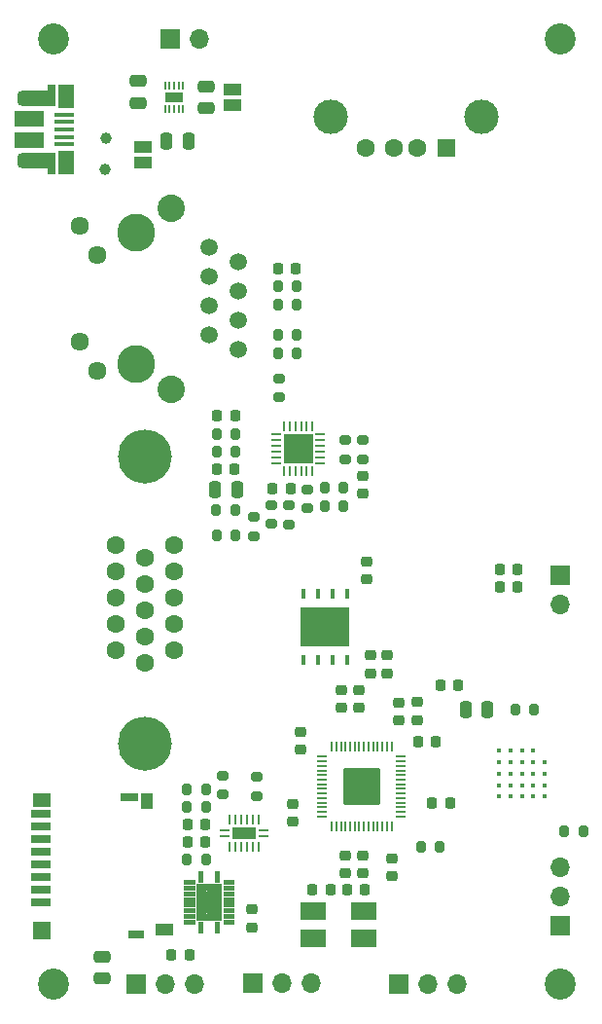
<source format=gts>
G04 #@! TF.GenerationSoftware,KiCad,Pcbnew,8.0.1-8.0.1-1~ubuntu22.04.1*
G04 #@! TF.CreationDate,2024-06-13T00:54:25-07:00*
G04 #@! TF.ProjectId,emu_brd,656d755f-6272-4642-9e6b-696361645f70,REV1*
G04 #@! TF.SameCoordinates,Original*
G04 #@! TF.FileFunction,Soldermask,Top*
G04 #@! TF.FilePolarity,Negative*
%FSLAX46Y46*%
G04 Gerber Fmt 4.6, Leading zero omitted, Abs format (unit mm)*
G04 Created by KiCad (PCBNEW 8.0.1-8.0.1-1~ubuntu22.04.1) date 2024-06-13 00:54:25*
%MOMM*%
%LPD*%
G01*
G04 APERTURE LIST*
G04 Aperture macros list*
%AMRoundRect*
0 Rectangle with rounded corners*
0 $1 Rounding radius*
0 $2 $3 $4 $5 $6 $7 $8 $9 X,Y pos of 4 corners*
0 Add a 4 corners polygon primitive as box body*
4,1,4,$2,$3,$4,$5,$6,$7,$8,$9,$2,$3,0*
0 Add four circle primitives for the rounded corners*
1,1,$1+$1,$2,$3*
1,1,$1+$1,$4,$5*
1,1,$1+$1,$6,$7*
1,1,$1+$1,$8,$9*
0 Add four rect primitives between the rounded corners*
20,1,$1+$1,$2,$3,$4,$5,0*
20,1,$1+$1,$4,$5,$6,$7,0*
20,1,$1+$1,$6,$7,$8,$9,0*
20,1,$1+$1,$8,$9,$2,$3,0*%
G04 Aperture macros list end*
%ADD10C,0.000000*%
%ADD11RoundRect,0.250000X0.475000X-0.250000X0.475000X0.250000X-0.475000X0.250000X-0.475000X-0.250000X0*%
%ADD12R,1.700000X1.700000*%
%ADD13O,1.700000X1.700000*%
%ADD14RoundRect,0.225000X-0.225000X-0.250000X0.225000X-0.250000X0.225000X0.250000X-0.225000X0.250000X0*%
%ADD15RoundRect,0.225000X-0.250000X0.225000X-0.250000X-0.225000X0.250000X-0.225000X0.250000X0.225000X0*%
%ADD16RoundRect,0.225000X0.250000X-0.225000X0.250000X0.225000X-0.250000X0.225000X-0.250000X-0.225000X0*%
%ADD17RoundRect,0.225000X0.225000X0.250000X-0.225000X0.250000X-0.225000X-0.250000X0.225000X-0.250000X0*%
%ADD18RoundRect,0.250000X-0.475000X0.250000X-0.475000X-0.250000X0.475000X-0.250000X0.475000X0.250000X0*%
%ADD19RoundRect,0.050000X-0.387500X-0.050000X0.387500X-0.050000X0.387500X0.050000X-0.387500X0.050000X0*%
%ADD20RoundRect,0.050000X-0.050000X-0.387500X0.050000X-0.387500X0.050000X0.387500X-0.050000X0.387500X0*%
%ADD21RoundRect,0.144000X-1.456000X-1.456000X1.456000X-1.456000X1.456000X1.456000X-1.456000X1.456000X0*%
%ADD22C,2.700000*%
%ADD23RoundRect,0.250000X-0.250000X-0.475000X0.250000X-0.475000X0.250000X0.475000X-0.250000X0.475000X0*%
%ADD24RoundRect,0.200000X0.275000X-0.200000X0.275000X0.200000X-0.275000X0.200000X-0.275000X-0.200000X0*%
%ADD25RoundRect,0.200000X0.200000X0.275000X-0.200000X0.275000X-0.200000X-0.275000X0.200000X-0.275000X0*%
%ADD26RoundRect,0.200000X-0.200000X-0.275000X0.200000X-0.275000X0.200000X0.275000X-0.200000X0.275000X0*%
%ADD27R,0.220000X0.760000*%
%ADD28R,1.500000X0.900000*%
%ADD29RoundRect,0.200000X-0.275000X0.200000X-0.275000X-0.200000X0.275000X-0.200000X0.275000X0.200000X0*%
%ADD30R,1.750000X0.700000*%
%ADD31R,1.000000X1.450000*%
%ADD32R,1.550000X1.000000*%
%ADD33R,1.500000X0.800000*%
%ADD34R,1.500000X1.300000*%
%ADD35R,1.500000X1.500000*%
%ADD36R,1.400000X0.800000*%
%ADD37R,0.280000X0.850000*%
%ADD38R,0.850000X0.280000*%
%ADD39C,0.600000*%
%ADD40C,3.300000*%
%ADD41C,1.612000*%
%ADD42C,1.504000*%
%ADD43C,2.388400*%
%ADD44R,1.750000X0.400000*%
%ADD45R,0.700000X1.825000*%
%ADD46R,1.460000X2.000000*%
%ADD47RoundRect,0.384800X-1.240200X0.265200X-1.240200X-0.265200X1.240200X-0.265200X1.240200X0.265200X0*%
%ADD48O,1.800000X1.300000*%
%ADD49O,1.450000X1.050000*%
%ADD50R,2.500000X1.425000*%
%ADD51R,0.431800X0.965200*%
%ADD52R,4.343400X3.454400*%
%ADD53R,1.600000X1.500000*%
%ADD54C,1.600000*%
%ADD55C,3.000000*%
%ADD56R,1.500000X1.000000*%
%ADD57RoundRect,0.218750X-0.218750X-0.256250X0.218750X-0.256250X0.218750X0.256250X-0.218750X0.256250X0*%
%ADD58RoundRect,0.062500X0.350000X-0.062500X0.350000X0.062500X-0.350000X0.062500X-0.350000X-0.062500X0*%
%ADD59RoundRect,0.062500X0.062500X-0.350000X0.062500X0.350000X-0.062500X0.350000X-0.062500X-0.350000X0*%
%ADD60R,2.000000X1.000000*%
%ADD61RoundRect,0.102000X-1.000000X-0.700000X1.000000X-0.700000X1.000000X0.700000X-1.000000X0.700000X0*%
%ADD62C,1.000000*%
%ADD63RoundRect,0.062500X-0.375000X-0.062500X0.375000X-0.062500X0.375000X0.062500X-0.375000X0.062500X0*%
%ADD64RoundRect,0.062500X-0.062500X-0.375000X0.062500X-0.375000X0.062500X0.375000X-0.062500X0.375000X0*%
%ADD65R,2.500000X2.500000*%
%ADD66C,0.410000*%
%ADD67C,4.700000*%
%ADD68C,1.600200*%
G04 APERTURE END LIST*
D10*
G36*
X85503296Y-108526997D02*
G01*
X84514103Y-108526997D01*
X84514103Y-108107805D01*
X85503296Y-108107805D01*
X85503296Y-108526997D01*
G37*
G36*
X85503296Y-109026996D02*
G01*
X84514103Y-109026996D01*
X84514103Y-108607804D01*
X85503296Y-108607804D01*
X85503296Y-109026996D01*
G37*
G36*
X85503296Y-109526997D02*
G01*
X84514103Y-109526997D01*
X84514103Y-109107803D01*
X85503296Y-109107803D01*
X85503296Y-109526997D01*
G37*
G36*
X85503296Y-110026996D02*
G01*
X84514103Y-110026996D01*
X84514103Y-109607805D01*
X85503296Y-109607805D01*
X85503296Y-110026996D01*
G37*
G36*
X85503296Y-110526995D02*
G01*
X84514103Y-110526995D01*
X84514103Y-110107804D01*
X85503296Y-110107804D01*
X85503296Y-110526995D01*
G37*
G36*
X85503296Y-111026997D02*
G01*
X84514103Y-111026997D01*
X84514103Y-110607805D01*
X85503296Y-110607805D01*
X85503296Y-111026997D01*
G37*
G36*
X85503296Y-111526996D02*
G01*
X84514103Y-111526996D01*
X84514103Y-111107804D01*
X85503296Y-111107804D01*
X85503296Y-111526996D01*
G37*
G36*
X85503296Y-112026997D02*
G01*
X84514103Y-112026997D01*
X84514103Y-111607803D01*
X85503296Y-111607803D01*
X85503296Y-112026997D01*
G37*
G36*
X86140000Y-111655899D02*
G01*
X85645200Y-111655899D01*
X85645200Y-108478901D01*
X86140000Y-108478901D01*
X86140000Y-111655899D01*
G37*
G36*
X86193297Y-108336995D02*
G01*
X85774103Y-108336995D01*
X85774103Y-107347804D01*
X86193297Y-107347804D01*
X86193297Y-108336995D01*
G37*
G36*
X86193297Y-112786996D02*
G01*
X85774103Y-112786996D01*
X85774103Y-111797805D01*
X86193297Y-111797805D01*
X86193297Y-112786996D01*
G37*
G36*
X86927400Y-111655899D02*
G01*
X86540000Y-111655899D01*
X86540000Y-108478901D01*
X86927400Y-108478901D01*
X86927400Y-111655899D01*
G37*
G36*
X87693297Y-108336995D02*
G01*
X87274103Y-108336995D01*
X87274103Y-107347804D01*
X87693297Y-107347804D01*
X87693297Y-108336995D01*
G37*
G36*
X87693297Y-112786996D02*
G01*
X87274103Y-112786996D01*
X87274103Y-111797805D01*
X87693297Y-111797805D01*
X87693297Y-112786996D01*
G37*
G36*
X87822200Y-109080000D02*
G01*
X85645200Y-109080000D01*
X85645200Y-108478901D01*
X87822200Y-108478901D01*
X87822200Y-109080000D01*
G37*
G36*
X87822200Y-109867400D02*
G01*
X85645200Y-109867400D01*
X85645200Y-109480000D01*
X87822200Y-109480000D01*
X87822200Y-109867400D01*
G37*
G36*
X87822200Y-110654800D02*
G01*
X85645200Y-110654800D01*
X85645200Y-110267400D01*
X87822200Y-110267400D01*
X87822200Y-110654800D01*
G37*
G36*
X87822200Y-111655899D02*
G01*
X85645200Y-111655899D01*
X85645200Y-111054800D01*
X87822200Y-111054800D01*
X87822200Y-111655899D01*
G37*
G36*
X87822200Y-111655899D02*
G01*
X87327400Y-111655899D01*
X87327400Y-108478901D01*
X87822200Y-108478901D01*
X87822200Y-111655899D01*
G37*
G36*
X88953297Y-108526997D02*
G01*
X87964104Y-108526997D01*
X87964104Y-108107803D01*
X88953297Y-108107803D01*
X88953297Y-108526997D01*
G37*
G36*
X88953297Y-109026996D02*
G01*
X87964104Y-109026996D01*
X87964104Y-108607804D01*
X88953297Y-108607804D01*
X88953297Y-109026996D01*
G37*
G36*
X88953297Y-109526995D02*
G01*
X87964104Y-109526995D01*
X87964104Y-109107803D01*
X88953297Y-109107803D01*
X88953297Y-109526995D01*
G37*
G36*
X88953297Y-110026996D02*
G01*
X87964104Y-110026996D01*
X87964104Y-109607805D01*
X88953297Y-109607805D01*
X88953297Y-110026996D01*
G37*
G36*
X88953297Y-110526995D02*
G01*
X87964104Y-110526995D01*
X87964104Y-110107804D01*
X88953297Y-110107804D01*
X88953297Y-110526995D01*
G37*
G36*
X88953297Y-111026997D02*
G01*
X87964104Y-111026997D01*
X87964104Y-110607803D01*
X88953297Y-110607803D01*
X88953297Y-111026997D01*
G37*
G36*
X88953297Y-111526996D02*
G01*
X87964104Y-111526996D01*
X87964104Y-111107804D01*
X88953297Y-111107804D01*
X88953297Y-111526996D01*
G37*
G36*
X88953297Y-112026995D02*
G01*
X87964104Y-112026995D01*
X87964104Y-111607803D01*
X88953297Y-111607803D01*
X88953297Y-112026995D01*
G37*
D11*
X86475000Y-41005000D03*
X86475000Y-39105000D03*
D12*
X117290000Y-81620000D03*
D13*
X117290000Y-84160000D03*
D14*
X104940000Y-96098000D03*
X106490000Y-96098000D03*
D15*
X93990000Y-101505000D03*
X93990000Y-103055000D03*
D16*
X100400000Y-81985000D03*
X100400000Y-80435000D03*
D17*
X113560000Y-81130000D03*
X112010000Y-81130000D03*
D14*
X112010000Y-82630000D03*
X113560000Y-82630000D03*
D16*
X99771400Y-93164600D03*
X99771400Y-91614600D03*
D15*
X100736600Y-88604700D03*
X100736600Y-90154700D03*
X102679700Y-106232300D03*
X102679700Y-107782300D03*
D18*
X80525000Y-38630000D03*
X80525000Y-40530000D03*
D16*
X94690000Y-96775000D03*
X94690000Y-95225000D03*
D17*
X108390000Y-91205000D03*
X106840000Y-91205000D03*
D19*
X96562500Y-97400000D03*
X96562500Y-97800000D03*
X96562500Y-98200000D03*
X96562500Y-98600000D03*
X96562500Y-99000000D03*
X96562500Y-99400000D03*
X96562500Y-99800000D03*
X96562500Y-100200000D03*
X96562500Y-100600000D03*
X96562500Y-101000000D03*
X96562500Y-101400000D03*
X96562500Y-101800000D03*
X96562500Y-102200000D03*
X96562500Y-102600000D03*
D20*
X97400000Y-103437500D03*
X97800000Y-103437500D03*
X98200000Y-103437500D03*
X98600000Y-103437500D03*
X99000000Y-103437500D03*
X99400000Y-103437500D03*
X99800000Y-103437500D03*
X100200000Y-103437500D03*
X100600000Y-103437500D03*
X101000000Y-103437500D03*
X101400000Y-103437500D03*
X101800000Y-103437500D03*
X102200000Y-103437500D03*
X102600000Y-103437500D03*
D19*
X103437500Y-102600000D03*
X103437500Y-102200000D03*
X103437500Y-101800000D03*
X103437500Y-101400000D03*
X103437500Y-101000000D03*
X103437500Y-100600000D03*
X103437500Y-100200000D03*
X103437500Y-99800000D03*
X103437500Y-99400000D03*
X103437500Y-99000000D03*
X103437500Y-98600000D03*
X103437500Y-98200000D03*
X103437500Y-97800000D03*
X103437500Y-97400000D03*
D20*
X102600000Y-96562500D03*
X102200000Y-96562500D03*
X101800000Y-96562500D03*
X101400000Y-96562500D03*
X101000000Y-96562500D03*
X100600000Y-96562500D03*
X100200000Y-96562500D03*
X99800000Y-96562500D03*
X99400000Y-96562500D03*
X99000000Y-96562500D03*
X98600000Y-96562500D03*
X98200000Y-96562500D03*
X97800000Y-96562500D03*
X97400000Y-96562500D03*
D21*
X100000000Y-100000000D03*
D17*
X97290000Y-109000000D03*
X95740000Y-109000000D03*
D22*
X117290000Y-35000000D03*
X117290000Y-117180000D03*
D16*
X98272800Y-93151800D03*
X98272800Y-91601800D03*
X104826000Y-94206000D03*
X104826000Y-92656000D03*
D22*
X73190000Y-35000000D03*
X73190000Y-117180000D03*
D23*
X109040000Y-93300000D03*
X110940000Y-93300000D03*
D14*
X106133800Y-101457400D03*
X107683800Y-101457400D03*
D15*
X100127000Y-105991000D03*
X100127000Y-107541000D03*
D16*
X103238500Y-94244100D03*
X103238500Y-92694100D03*
D15*
X102222500Y-88604700D03*
X102222500Y-90154700D03*
X98615700Y-105978300D03*
X98615700Y-107528300D03*
D14*
X98710000Y-109000000D03*
X100260000Y-109000000D03*
D17*
X86415000Y-104800000D03*
X84865000Y-104800000D03*
D24*
X90610000Y-78205000D03*
X90610000Y-76555000D03*
D16*
X90490000Y-112230000D03*
X90490000Y-110680000D03*
D25*
X94355000Y-58050000D03*
X92705000Y-58050000D03*
D17*
X94260000Y-54940000D03*
X92710000Y-54940000D03*
D26*
X117665000Y-103900000D03*
X119315000Y-103900000D03*
D25*
X86465000Y-100260000D03*
X84815000Y-100260000D03*
D24*
X95300000Y-75815000D03*
X95300000Y-74165000D03*
D12*
X90510000Y-117105000D03*
D13*
X93050000Y-117105000D03*
X95590000Y-117105000D03*
D24*
X87910000Y-100685000D03*
X87910000Y-99035000D03*
D16*
X100120000Y-74535000D03*
X100120000Y-72985000D03*
D17*
X86415000Y-103290000D03*
X84865000Y-103290000D03*
D12*
X117290000Y-112100000D03*
D13*
X117290000Y-109560000D03*
X117290000Y-107020000D03*
D24*
X92140000Y-77165000D03*
X92140000Y-75515000D03*
D27*
X84475000Y-39070000D03*
X84075000Y-39070000D03*
X83675000Y-39070000D03*
X83275000Y-39070000D03*
X82875000Y-39070000D03*
X82875000Y-41040000D03*
X83275000Y-41040000D03*
X83675000Y-41040000D03*
X84075000Y-41040000D03*
X84475000Y-41040000D03*
D28*
X83675000Y-40055000D03*
D25*
X86465000Y-101780000D03*
X84815000Y-101780000D03*
D23*
X83025000Y-43855000D03*
X84925000Y-43855000D03*
D25*
X89045000Y-69320000D03*
X87395000Y-69320000D03*
D24*
X92790000Y-66135000D03*
X92790000Y-64485000D03*
D29*
X98570000Y-69870000D03*
X98570000Y-71520000D03*
D30*
X72040000Y-110075000D03*
X72040000Y-108975000D03*
X72040000Y-107875000D03*
X72040000Y-106775000D03*
X72040000Y-105675000D03*
X72040000Y-104575000D03*
X72040000Y-103475000D03*
X72040000Y-102375000D03*
D31*
X81265000Y-101250000D03*
D32*
X82840000Y-112475000D03*
D33*
X79765000Y-100925000D03*
D34*
X72165000Y-101175000D03*
D35*
X72165000Y-112525000D03*
D36*
X80415000Y-112875000D03*
D24*
X93700000Y-77195000D03*
X93700000Y-75545000D03*
D37*
X87483701Y-112292399D03*
D38*
X88458700Y-111817399D03*
X88458700Y-111317400D03*
X88458700Y-110817401D03*
X88458700Y-110317400D03*
X88458700Y-109817400D03*
X88458700Y-109317399D03*
X88458700Y-108817400D03*
X88458700Y-108317401D03*
D37*
X87483701Y-107842401D03*
X85983699Y-107842401D03*
D38*
X85008700Y-108317401D03*
X85008700Y-108817400D03*
X85008700Y-109317399D03*
X85008700Y-109817400D03*
X85008700Y-110317400D03*
X85008700Y-110817401D03*
X85008700Y-111317400D03*
X85008700Y-111817399D03*
D37*
X85983699Y-112292399D03*
D39*
X87127400Y-110854800D03*
X87127400Y-110067400D03*
X87127400Y-109280000D03*
X86340000Y-110854800D03*
X86340000Y-110067400D03*
X86340000Y-109280000D03*
D25*
X89035000Y-70840000D03*
X87385000Y-70840000D03*
D17*
X84990000Y-114605000D03*
X83440000Y-114605000D03*
D40*
X80389999Y-51840000D03*
X80389999Y-63270000D03*
D41*
X77011410Y-63881260D03*
X75491910Y-61339410D03*
X77011910Y-53769410D03*
X75491410Y-51231260D03*
D42*
X86740000Y-53110000D03*
X89280000Y-54380000D03*
X86740000Y-55650000D03*
X89280000Y-56919999D03*
X86740000Y-58189999D03*
X89280000Y-59460000D03*
X86740000Y-60730000D03*
X89280000Y-62000000D03*
D43*
X83440000Y-49680000D03*
X83440000Y-65430000D03*
D44*
X74095000Y-41550000D03*
X74095000Y-42200000D03*
X74095000Y-42850000D03*
X74095000Y-43500000D03*
X74095000Y-44150000D03*
D45*
X72970000Y-39862500D03*
D46*
X74300000Y-39950000D03*
D47*
X71695000Y-40125000D03*
D48*
X71270000Y-40125000D03*
D49*
X74300000Y-40425000D03*
D50*
X71020000Y-41887500D03*
X71020000Y-43812500D03*
D49*
X74300000Y-45275000D03*
D47*
X71695000Y-45575000D03*
D48*
X71270000Y-45575000D03*
D46*
X74300000Y-45750000D03*
D45*
X72970000Y-45837500D03*
D51*
X98745000Y-83239800D03*
X97475000Y-83239800D03*
X96205000Y-83239800D03*
X94935000Y-83239800D03*
X94935000Y-88980200D03*
X96205000Y-88980200D03*
X97475000Y-88980200D03*
X98745000Y-88980200D03*
D52*
X96840000Y-86110000D03*
D25*
X98425000Y-74000000D03*
X96775000Y-74000000D03*
D14*
X87405000Y-72380000D03*
X88955000Y-72380000D03*
D25*
X94355000Y-56500000D03*
X92705000Y-56500000D03*
D18*
X77390000Y-114805000D03*
X77390000Y-116705000D03*
D26*
X113365000Y-93300000D03*
X115015000Y-93300000D03*
D12*
X83350000Y-35000000D03*
D13*
X85890000Y-35000000D03*
D26*
X84815000Y-106310000D03*
X86465000Y-106310000D03*
D53*
X107350000Y-44470000D03*
D54*
X104850000Y-44470000D03*
X102850000Y-44470000D03*
X100350000Y-44470000D03*
D55*
X110420000Y-41760000D03*
X97280000Y-41760000D03*
D23*
X87260000Y-74190000D03*
X89160000Y-74190000D03*
D56*
X80975000Y-44405000D03*
X80975000Y-45705000D03*
D26*
X87365000Y-78150000D03*
X89015000Y-78150000D03*
D57*
X87412500Y-67770000D03*
X88987500Y-67770000D03*
D56*
X88775000Y-40705000D03*
X88775000Y-39405000D03*
D58*
X88092500Y-104310000D03*
D59*
X88530000Y-105247500D03*
X89030000Y-105247500D03*
X89530000Y-105247500D03*
X90030000Y-105247500D03*
X90530000Y-105247500D03*
X91030000Y-105247500D03*
D58*
X91467500Y-104310000D03*
X91467500Y-103810000D03*
D59*
X91030000Y-102872500D03*
X90530000Y-102872500D03*
X90030000Y-102872500D03*
X89530000Y-102872500D03*
X89030000Y-102872500D03*
X88530000Y-102872500D03*
D58*
X88092500Y-103810000D03*
D60*
X89780000Y-104060000D03*
D25*
X94355000Y-60700000D03*
X92705000Y-60700000D03*
D17*
X93810000Y-74060000D03*
X92260000Y-74060000D03*
D29*
X100120000Y-69860000D03*
X100120000Y-71510000D03*
D61*
X95760000Y-113230000D03*
X100160000Y-113230000D03*
X100160000Y-110830000D03*
X95760000Y-110830000D03*
D26*
X87335000Y-75960000D03*
X88985000Y-75960000D03*
D25*
X94355000Y-62290000D03*
X92705000Y-62290000D03*
D62*
X77720000Y-43640000D03*
D24*
X90910000Y-100825000D03*
X90910000Y-99175000D03*
D12*
X103210000Y-117180000D03*
D13*
X105750000Y-117180000D03*
X108290000Y-117180000D03*
D26*
X105165000Y-105230000D03*
X106815000Y-105230000D03*
D62*
X77680000Y-46280000D03*
D63*
X92542500Y-69360000D03*
X92542500Y-69860000D03*
X92542500Y-70360000D03*
X92542500Y-70860000D03*
X92542500Y-71360000D03*
X92542500Y-71860000D03*
D64*
X93230000Y-72547500D03*
X93730000Y-72547500D03*
X94230000Y-72547500D03*
X94730000Y-72547500D03*
X95230000Y-72547500D03*
X95730000Y-72547500D03*
D63*
X96417500Y-71860000D03*
X96417500Y-71360000D03*
X96417500Y-70860000D03*
X96417500Y-70360000D03*
X96417500Y-69860000D03*
X96417500Y-69360000D03*
D64*
X95730000Y-68672500D03*
X95230000Y-68672500D03*
X94730000Y-68672500D03*
X94230000Y-68672500D03*
X93730000Y-68672500D03*
X93230000Y-68672500D03*
D65*
X94480000Y-70610000D03*
D66*
X115954000Y-97876000D03*
X115954000Y-98876000D03*
X115954000Y-99876000D03*
X115954000Y-100876000D03*
X114954000Y-96876000D03*
X114954000Y-97876000D03*
X114954000Y-98876000D03*
X114954000Y-99876000D03*
X114954000Y-100876000D03*
X113954000Y-96876000D03*
X113954000Y-97876000D03*
X113954000Y-98876000D03*
X113954000Y-99876000D03*
X113954000Y-100876000D03*
X112954000Y-96876000D03*
X112954000Y-97876000D03*
X112954000Y-98876000D03*
X112954000Y-99876000D03*
X112954000Y-100876000D03*
X111954000Y-96876000D03*
X111954000Y-97876000D03*
X111954000Y-98876000D03*
X111954000Y-99876000D03*
X111954000Y-100876000D03*
D67*
X81170000Y-96305000D03*
X81170000Y-71315000D03*
D68*
X83710000Y-88139999D03*
X83710000Y-85850001D03*
X83710000Y-83560000D03*
X83710000Y-81270000D03*
X83710000Y-78980000D03*
X81170000Y-89249499D03*
X81170000Y-86959501D03*
X81170000Y-84669500D03*
X81170000Y-82379500D03*
X81170000Y-80089499D03*
X78630000Y-88139999D03*
X78630000Y-85850001D03*
X78630000Y-83560000D03*
X78630000Y-81270000D03*
X78630000Y-78980000D03*
D25*
X98415000Y-75570000D03*
X96765000Y-75570000D03*
D12*
X80350000Y-117180000D03*
D13*
X82890000Y-117180000D03*
X85430000Y-117180000D03*
M02*

</source>
